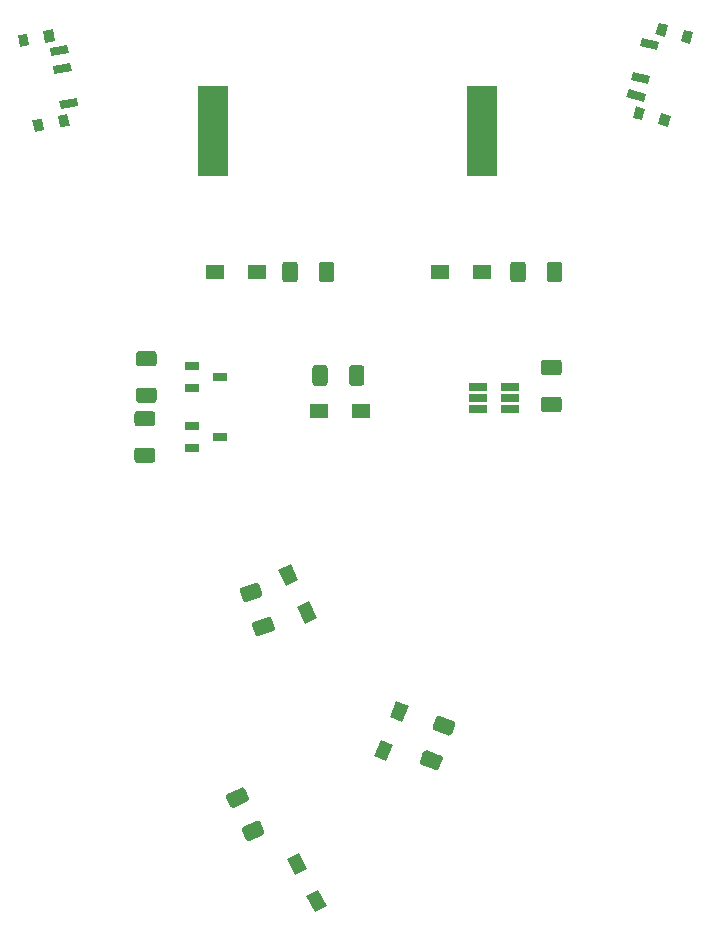
<source format=gbr>
%TF.GenerationSoftware,KiCad,Pcbnew,(5.1.8)-1*%
%TF.CreationDate,2021-11-12T17:25:14-08:00*%
%TF.ProjectId,Krampus,4b72616d-7075-4732-9e6b-696361645f70,rev?*%
%TF.SameCoordinates,Original*%
%TF.FileFunction,Paste,Bot*%
%TF.FilePolarity,Positive*%
%FSLAX46Y46*%
G04 Gerber Fmt 4.6, Leading zero omitted, Abs format (unit mm)*
G04 Created by KiCad (PCBNEW (5.1.8)-1) date 2021-11-12 17:25:14*
%MOMM*%
%LPD*%
G01*
G04 APERTURE LIST*
%ADD10C,0.100000*%
%ADD11R,2.540000X7.620000*%
%ADD12R,1.524000X1.143000*%
%ADD13R,1.560000X0.650000*%
%ADD14R,1.200000X0.800000*%
G04 APERTURE END LIST*
D10*
%TO.C,SW1*%
G36*
X47602713Y-74494048D02*
G01*
X46814867Y-74632966D01*
X46641219Y-73648158D01*
X47429065Y-73509240D01*
X47602713Y-74494048D01*
G37*
G36*
X46335081Y-67304951D02*
G01*
X45547235Y-67443869D01*
X45373587Y-66459061D01*
X46161433Y-66320143D01*
X46335081Y-67304951D01*
G37*
G36*
X44158656Y-67688714D02*
G01*
X43370810Y-67827632D01*
X43197162Y-66842824D01*
X43985008Y-66703906D01*
X44158656Y-67688714D01*
G37*
G36*
X45426288Y-74877810D02*
G01*
X44638442Y-75016728D01*
X44464794Y-74031920D01*
X45252640Y-73893002D01*
X45426288Y-74877810D01*
G37*
G36*
X47536950Y-68362313D02*
G01*
X46059738Y-68622785D01*
X45938184Y-67933419D01*
X47415396Y-67672947D01*
X47536950Y-68362313D01*
G37*
G36*
X47797422Y-69839524D02*
G01*
X46320210Y-70099996D01*
X46198656Y-69410630D01*
X47675868Y-69150158D01*
X47797422Y-69839524D01*
G37*
G36*
X48318366Y-72793948D02*
G01*
X46841154Y-73054420D01*
X46719600Y-72365054D01*
X48196812Y-72104582D01*
X48318366Y-72793948D01*
G37*
%TD*%
D11*
%TO.C,BT1*%
X82520000Y-74930000D03*
X59720000Y-74930000D03*
%TD*%
D12*
%TO.C,D3*%
X72263000Y-98679000D03*
X68707000Y-98679000D03*
%TD*%
D10*
%TO.C,D4*%
G36*
X66979852Y-112935240D02*
G01*
X65952530Y-113436298D01*
X65284452Y-112066536D01*
X66311774Y-111565478D01*
X66979852Y-112935240D01*
G37*
G36*
X68538700Y-116131352D02*
G01*
X67511378Y-116632410D01*
X66843300Y-115262648D01*
X67870622Y-114761590D01*
X68538700Y-116131352D01*
G37*
%TD*%
%TO.C,D5*%
G36*
X67718622Y-137391622D02*
G01*
X66709413Y-137928228D01*
X65993938Y-136582616D01*
X67003147Y-136046010D01*
X67718622Y-137391622D01*
G37*
G36*
X69388062Y-140531384D02*
G01*
X68378853Y-141067990D01*
X67663378Y-139722378D01*
X68672587Y-139185772D01*
X69388062Y-140531384D01*
G37*
%TD*%
%TO.C,D6*%
G36*
X73940473Y-126461018D02*
G01*
X75000244Y-126889194D01*
X74429343Y-128302222D01*
X73369572Y-127874046D01*
X73940473Y-126461018D01*
G37*
G36*
X75272575Y-123163952D02*
G01*
X76332346Y-123592128D01*
X75761445Y-125005156D01*
X74701674Y-124576980D01*
X75272575Y-123163952D01*
G37*
%TD*%
D12*
%TO.C,D2*%
X78994000Y-86868000D03*
X82550000Y-86868000D03*
%TD*%
%TO.C,D1*%
X59944000Y-86868000D03*
X63500000Y-86868000D03*
%TD*%
%TO.C,R3*%
G36*
G01*
X54727000Y-94858000D02*
X53477000Y-94858000D01*
G75*
G02*
X53227000Y-94608000I0J250000D01*
G01*
X53227000Y-93808000D01*
G75*
G02*
X53477000Y-93558000I250000J0D01*
G01*
X54727000Y-93558000D01*
G75*
G02*
X54977000Y-93808000I0J-250000D01*
G01*
X54977000Y-94608000D01*
G75*
G02*
X54727000Y-94858000I-250000J0D01*
G01*
G37*
G36*
G01*
X54727000Y-97958000D02*
X53477000Y-97958000D01*
G75*
G02*
X53227000Y-97708000I0J250000D01*
G01*
X53227000Y-96908000D01*
G75*
G02*
X53477000Y-96658000I250000J0D01*
G01*
X54727000Y-96658000D01*
G75*
G02*
X54977000Y-96908000I0J-250000D01*
G01*
X54977000Y-97708000D01*
G75*
G02*
X54727000Y-97958000I-250000J0D01*
G01*
G37*
%TD*%
%TO.C,R8*%
G36*
G01*
X54600000Y-99938000D02*
X53350000Y-99938000D01*
G75*
G02*
X53100000Y-99688000I0J250000D01*
G01*
X53100000Y-98888000D01*
G75*
G02*
X53350000Y-98638000I250000J0D01*
G01*
X54600000Y-98638000D01*
G75*
G02*
X54850000Y-98888000I0J-250000D01*
G01*
X54850000Y-99688000D01*
G75*
G02*
X54600000Y-99938000I-250000J0D01*
G01*
G37*
G36*
G01*
X54600000Y-103038000D02*
X53350000Y-103038000D01*
G75*
G02*
X53100000Y-102788000I0J250000D01*
G01*
X53100000Y-101988000D01*
G75*
G02*
X53350000Y-101738000I250000J0D01*
G01*
X54600000Y-101738000D01*
G75*
G02*
X54850000Y-101988000I0J-250000D01*
G01*
X54850000Y-102788000D01*
G75*
G02*
X54600000Y-103038000I-250000J0D01*
G01*
G37*
%TD*%
%TO.C,R1*%
G36*
G01*
X68718000Y-87493000D02*
X68718000Y-86243000D01*
G75*
G02*
X68968000Y-85993000I250000J0D01*
G01*
X69768000Y-85993000D01*
G75*
G02*
X70018000Y-86243000I0J-250000D01*
G01*
X70018000Y-87493000D01*
G75*
G02*
X69768000Y-87743000I-250000J0D01*
G01*
X68968000Y-87743000D01*
G75*
G02*
X68718000Y-87493000I0J250000D01*
G01*
G37*
G36*
G01*
X65618000Y-87493000D02*
X65618000Y-86243000D01*
G75*
G02*
X65868000Y-85993000I250000J0D01*
G01*
X66668000Y-85993000D01*
G75*
G02*
X66918000Y-86243000I0J-250000D01*
G01*
X66918000Y-87493000D01*
G75*
G02*
X66668000Y-87743000I-250000J0D01*
G01*
X65868000Y-87743000D01*
G75*
G02*
X65618000Y-87493000I0J250000D01*
G01*
G37*
%TD*%
%TO.C,R2*%
G36*
G01*
X88022000Y-87493000D02*
X88022000Y-86243000D01*
G75*
G02*
X88272000Y-85993000I250000J0D01*
G01*
X89072000Y-85993000D01*
G75*
G02*
X89322000Y-86243000I0J-250000D01*
G01*
X89322000Y-87493000D01*
G75*
G02*
X89072000Y-87743000I-250000J0D01*
G01*
X88272000Y-87743000D01*
G75*
G02*
X88022000Y-87493000I0J250000D01*
G01*
G37*
G36*
G01*
X84922000Y-87493000D02*
X84922000Y-86243000D01*
G75*
G02*
X85172000Y-85993000I250000J0D01*
G01*
X85972000Y-85993000D01*
G75*
G02*
X86222000Y-86243000I0J-250000D01*
G01*
X86222000Y-87493000D01*
G75*
G02*
X85972000Y-87743000I-250000J0D01*
G01*
X85172000Y-87743000D01*
G75*
G02*
X84922000Y-87493000I0J250000D01*
G01*
G37*
%TD*%
%TO.C,R5*%
G36*
G01*
X63779490Y-114383513D02*
X62604874Y-114811039D01*
G75*
G02*
X62284446Y-114661621I-85505J234923D01*
G01*
X62010830Y-113909867D01*
G75*
G02*
X62160248Y-113589439I234923J85505D01*
G01*
X63334864Y-113161913D01*
G75*
G02*
X63655292Y-113311331I85505J-234923D01*
G01*
X63928908Y-114063085D01*
G75*
G02*
X63779490Y-114383513I-234923J-85505D01*
G01*
G37*
G36*
G01*
X64839752Y-117296561D02*
X63665136Y-117724087D01*
G75*
G02*
X63344708Y-117574669I-85505J234923D01*
G01*
X63071092Y-116822915D01*
G75*
G02*
X63220510Y-116502487I234923J85505D01*
G01*
X64395126Y-116074961D01*
G75*
G02*
X64715554Y-116224379I85505J-234923D01*
G01*
X64989170Y-116976133D01*
G75*
G02*
X64839752Y-117296561I-234923J-85505D01*
G01*
G37*
%TD*%
%TO.C,R6*%
G36*
G01*
X62670087Y-131697181D02*
X61537202Y-132225454D01*
G75*
G02*
X61204970Y-132104532I-105655J226577D01*
G01*
X60866875Y-131379485D01*
G75*
G02*
X60987797Y-131047253I226577J105655D01*
G01*
X62120682Y-130518980D01*
G75*
G02*
X62452914Y-130639902I105655J-226577D01*
G01*
X62791009Y-131364949D01*
G75*
G02*
X62670087Y-131697181I-226577J-105655D01*
G01*
G37*
G36*
G01*
X63980203Y-134506735D02*
X62847318Y-135035008D01*
G75*
G02*
X62515086Y-134914086I-105655J226577D01*
G01*
X62176991Y-134189039D01*
G75*
G02*
X62297913Y-133856807I226577J105655D01*
G01*
X63430798Y-133328534D01*
G75*
G02*
X63763030Y-133449456I105655J-226577D01*
G01*
X64101125Y-134174503D01*
G75*
G02*
X63980203Y-134506735I-226577J-105655D01*
G01*
G37*
%TD*%
%TO.C,R7*%
G36*
G01*
X77867005Y-127377961D02*
X79041621Y-127805487D01*
G75*
G02*
X79191039Y-128125915I-85505J-234923D01*
G01*
X78917423Y-128877669D01*
G75*
G02*
X78596995Y-129027087I-234923J85505D01*
G01*
X77422379Y-128599561D01*
G75*
G02*
X77272961Y-128279133I85505J234923D01*
G01*
X77546577Y-127527379D01*
G75*
G02*
X77867005Y-127377961I234923J-85505D01*
G01*
G37*
G36*
G01*
X78927267Y-124464913D02*
X80101883Y-124892439D01*
G75*
G02*
X80251301Y-125212867I-85505J-234923D01*
G01*
X79977685Y-125964621D01*
G75*
G02*
X79657257Y-126114039I-234923J85505D01*
G01*
X78482641Y-125686513D01*
G75*
G02*
X78333223Y-125366085I85505J234923D01*
G01*
X78606839Y-124614331D01*
G75*
G02*
X78927267Y-124464913I234923J-85505D01*
G01*
G37*
%TD*%
%TO.C,R4*%
G36*
G01*
X71258000Y-96256000D02*
X71258000Y-95006000D01*
G75*
G02*
X71508000Y-94756000I250000J0D01*
G01*
X72308000Y-94756000D01*
G75*
G02*
X72558000Y-95006000I0J-250000D01*
G01*
X72558000Y-96256000D01*
G75*
G02*
X72308000Y-96506000I-250000J0D01*
G01*
X71508000Y-96506000D01*
G75*
G02*
X71258000Y-96256000I0J250000D01*
G01*
G37*
G36*
G01*
X68158000Y-96256000D02*
X68158000Y-95006000D01*
G75*
G02*
X68408000Y-94756000I250000J0D01*
G01*
X69208000Y-94756000D01*
G75*
G02*
X69458000Y-95006000I0J-250000D01*
G01*
X69458000Y-96256000D01*
G75*
G02*
X69208000Y-96506000I-250000J0D01*
G01*
X68408000Y-96506000D01*
G75*
G02*
X68158000Y-96256000I0J250000D01*
G01*
G37*
%TD*%
D10*
%TO.C,SW2*%
G36*
X97470306Y-65790001D02*
G01*
X98243047Y-65997057D01*
X97984228Y-66962983D01*
X97211487Y-66755927D01*
X97470306Y-65790001D01*
G37*
G36*
X95580927Y-72841259D02*
G01*
X96353668Y-73048315D01*
X96094849Y-74014241D01*
X95322108Y-73807185D01*
X95580927Y-72841259D01*
G37*
G36*
X97715623Y-73413250D02*
G01*
X98488364Y-73620306D01*
X98229545Y-74586232D01*
X97456804Y-74379176D01*
X97715623Y-73413250D01*
G37*
G36*
X99605002Y-66361991D02*
G01*
X100377743Y-66569047D01*
X100118924Y-67534973D01*
X99346183Y-67327917D01*
X99605002Y-66361991D01*
G37*
G36*
X94938525Y-71375034D02*
G01*
X96387414Y-71763262D01*
X96206241Y-72439410D01*
X94757352Y-72051182D01*
X94938525Y-71375034D01*
G37*
G36*
X95326754Y-69926145D02*
G01*
X96775643Y-70314373D01*
X96594470Y-70990521D01*
X95145581Y-70602293D01*
X95326754Y-69926145D01*
G37*
G36*
X96103211Y-67028368D02*
G01*
X97552100Y-67416596D01*
X97370927Y-68092744D01*
X95922038Y-67704516D01*
X96103211Y-67028368D01*
G37*
%TD*%
D13*
%TO.C,U1*%
X84916000Y-97536000D03*
X84916000Y-98486000D03*
X84916000Y-96586000D03*
X82216000Y-96586000D03*
X82216000Y-97536000D03*
X82216000Y-98486000D03*
%TD*%
%TO.C,C1*%
G36*
G01*
X89042001Y-95620000D02*
X87741999Y-95620000D01*
G75*
G02*
X87492000Y-95370001I0J249999D01*
G01*
X87492000Y-94544999D01*
G75*
G02*
X87741999Y-94295000I249999J0D01*
G01*
X89042001Y-94295000D01*
G75*
G02*
X89292000Y-94544999I0J-249999D01*
G01*
X89292000Y-95370001D01*
G75*
G02*
X89042001Y-95620000I-249999J0D01*
G01*
G37*
G36*
G01*
X89042001Y-98745000D02*
X87741999Y-98745000D01*
G75*
G02*
X87492000Y-98495001I0J249999D01*
G01*
X87492000Y-97669999D01*
G75*
G02*
X87741999Y-97420000I249999J0D01*
G01*
X89042001Y-97420000D01*
G75*
G02*
X89292000Y-97669999I0J-249999D01*
G01*
X89292000Y-98495001D01*
G75*
G02*
X89042001Y-98745000I-249999J0D01*
G01*
G37*
%TD*%
D14*
%TO.C,Q1*%
X60382000Y-95758000D03*
X57982000Y-94808000D03*
X57982000Y-96708000D03*
%TD*%
%TO.C,Q2*%
X60382000Y-100838000D03*
X57982000Y-99888000D03*
X57982000Y-101788000D03*
%TD*%
M02*

</source>
